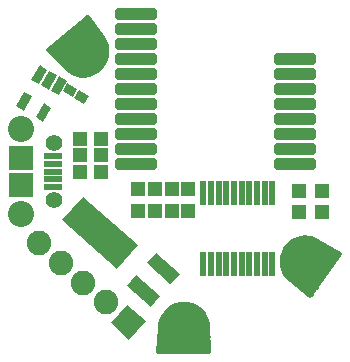
<source format=gts>
G75*
%MOIN*%
%OFA0B0*%
%FSLAX24Y24*%
%IPPOS*%
%LPD*%
%AMOC8*
5,1,8,0,0,1.08239X$1,22.5*
%
%ADD10R,0.0474X0.0513*%
%ADD11R,0.0513X0.0474*%
%ADD12R,0.0631X0.0237*%
%ADD13R,0.0789X0.0789*%
%ADD14C,0.0556*%
%ADD15C,0.0867*%
%ADD16C,0.0200*%
%ADD17R,0.0237X0.0789*%
%ADD18C,0.1346*%
%ADD19C,0.0120*%
%ADD20R,0.0297X0.0552*%
%ADD21R,0.0820X0.0820*%
%ADD22C,0.0820*%
%ADD23R,0.2442X0.1064*%
%ADD24R,0.1064X0.0474*%
%ADD25R,0.0395X0.0316*%
D10*
X005128Y004856D03*
X005688Y004856D03*
X006248Y004856D03*
X006798Y004856D03*
X006798Y005564D03*
X006248Y005564D03*
X005688Y005564D03*
X005128Y005564D03*
X010488Y005514D03*
X010488Y004806D03*
X011248Y004796D03*
X011248Y005504D03*
D11*
X003892Y006150D03*
X003892Y006700D03*
X003892Y007250D03*
X003183Y007250D03*
X003183Y006700D03*
X003183Y006150D03*
D12*
X002271Y006160D03*
X002271Y005904D03*
X002271Y005648D03*
X002271Y006416D03*
X002271Y006672D03*
D13*
X001228Y006613D03*
X001228Y005707D03*
D14*
X002330Y005205D03*
X002330Y007115D03*
D15*
X001228Y007581D03*
X001228Y004739D03*
D16*
X004448Y006510D02*
X005648Y006510D01*
X005648Y006310D01*
X004448Y006310D01*
X004448Y006510D01*
X004448Y006509D02*
X005648Y006509D01*
X005648Y007010D02*
X004448Y007010D01*
X005648Y007010D02*
X005648Y006810D01*
X004448Y006810D01*
X004448Y007010D01*
X004448Y007009D02*
X005648Y007009D01*
X005648Y007510D02*
X004448Y007510D01*
X005648Y007510D02*
X005648Y007310D01*
X004448Y007310D01*
X004448Y007510D01*
X004448Y007509D02*
X005648Y007509D01*
X005648Y008010D02*
X004448Y008010D01*
X005648Y008010D02*
X005648Y007810D01*
X004448Y007810D01*
X004448Y008010D01*
X004448Y008009D02*
X005648Y008009D01*
X005648Y008510D02*
X004448Y008510D01*
X005648Y008510D02*
X005648Y008310D01*
X004448Y008310D01*
X004448Y008510D01*
X004448Y008509D02*
X005648Y008509D01*
X005648Y009010D02*
X004448Y009010D01*
X005648Y009010D02*
X005648Y008810D01*
X004448Y008810D01*
X004448Y009010D01*
X004448Y009009D02*
X005648Y009009D01*
X005648Y009510D02*
X004448Y009510D01*
X005648Y009510D02*
X005648Y009310D01*
X004448Y009310D01*
X004448Y009510D01*
X004448Y009509D02*
X005648Y009509D01*
X005648Y010010D02*
X004448Y010010D01*
X005648Y010010D02*
X005648Y009810D01*
X004448Y009810D01*
X004448Y010010D01*
X004448Y010009D02*
X005648Y010009D01*
X005648Y010510D02*
X004448Y010510D01*
X005648Y010510D02*
X005648Y010310D01*
X004448Y010310D01*
X004448Y010510D01*
X004448Y010509D02*
X005648Y010509D01*
X005648Y011010D02*
X004448Y011010D01*
X005648Y011010D02*
X005648Y010810D01*
X004448Y010810D01*
X004448Y011010D01*
X004448Y011009D02*
X005648Y011009D01*
X005648Y011510D02*
X004448Y011510D01*
X005648Y011510D02*
X005648Y011310D01*
X004448Y011310D01*
X004448Y011510D01*
X004448Y011509D02*
X005648Y011509D01*
X009748Y010010D02*
X010948Y010010D01*
X010948Y009810D01*
X009748Y009810D01*
X009748Y010010D01*
X009748Y010009D02*
X010948Y010009D01*
X010948Y009510D02*
X009748Y009510D01*
X010948Y009510D02*
X010948Y009310D01*
X009748Y009310D01*
X009748Y009510D01*
X009748Y009509D02*
X010948Y009509D01*
X010948Y009010D02*
X009748Y009010D01*
X010948Y009010D02*
X010948Y008810D01*
X009748Y008810D01*
X009748Y009010D01*
X009748Y009009D02*
X010948Y009009D01*
X010948Y008510D02*
X009748Y008510D01*
X010948Y008510D02*
X010948Y008310D01*
X009748Y008310D01*
X009748Y008510D01*
X009748Y008509D02*
X010948Y008509D01*
X010948Y008010D02*
X009748Y008010D01*
X010948Y008010D02*
X010948Y007810D01*
X009748Y007810D01*
X009748Y008010D01*
X009748Y008009D02*
X010948Y008009D01*
X010948Y007510D02*
X009748Y007510D01*
X010948Y007510D02*
X010948Y007310D01*
X009748Y007310D01*
X009748Y007510D01*
X009748Y007509D02*
X010948Y007509D01*
X010948Y007010D02*
X009748Y007010D01*
X010948Y007010D02*
X010948Y006810D01*
X009748Y006810D01*
X009748Y007010D01*
X009748Y007009D02*
X010948Y007009D01*
X010948Y006510D02*
X009748Y006510D01*
X010948Y006510D02*
X010948Y006310D01*
X009748Y006310D01*
X009748Y006510D01*
X009748Y006509D02*
X010948Y006509D01*
D17*
X009599Y005441D03*
X009343Y005441D03*
X009087Y005441D03*
X008831Y005441D03*
X008576Y005441D03*
X008320Y005441D03*
X008064Y005441D03*
X007808Y005441D03*
X007552Y005441D03*
X007296Y005441D03*
X007296Y003079D03*
X007552Y003079D03*
X007808Y003079D03*
X008064Y003079D03*
X008320Y003079D03*
X008576Y003079D03*
X008831Y003079D03*
X009087Y003079D03*
X009343Y003079D03*
X009599Y003079D03*
D18*
X010698Y003160D03*
X006648Y000960D03*
X003298Y010160D03*
D19*
X003902Y009640D02*
X002690Y009640D01*
X002685Y009646D02*
X002771Y009554D01*
X002872Y009477D01*
X002983Y009417D01*
X003103Y009376D01*
X003227Y009355D01*
X003353Y009354D01*
X003478Y009374D01*
X003598Y009413D01*
X003711Y009472D01*
X003812Y009547D01*
X003899Y009636D01*
X003972Y009738D01*
X004029Y009849D01*
X004067Y009968D01*
X004088Y010091D01*
X004089Y010216D01*
X004071Y010339D01*
X004035Y010459D01*
X003981Y010571D01*
X003910Y010674D01*
X003434Y011319D01*
X002132Y010226D01*
X002685Y009646D01*
X002577Y009759D02*
X003983Y009759D01*
X004038Y009877D02*
X002465Y009877D01*
X002352Y009996D02*
X004072Y009996D01*
X004088Y010114D02*
X002239Y010114D01*
X002139Y010233D02*
X004087Y010233D01*
X004068Y010351D02*
X002281Y010351D01*
X002422Y010470D02*
X004030Y010470D01*
X003970Y010588D02*
X002563Y010588D01*
X002704Y010707D02*
X003887Y010707D01*
X003799Y010825D02*
X002846Y010825D01*
X002987Y010944D02*
X003712Y010944D01*
X003624Y011062D02*
X003128Y011062D01*
X003269Y011181D02*
X003537Y011181D01*
X003449Y011299D02*
X003410Y011299D01*
X003777Y009522D02*
X002813Y009522D01*
X003024Y009403D02*
X003567Y009403D01*
X009937Y003393D02*
X009911Y003271D01*
X009904Y003146D01*
X009916Y003022D01*
X009947Y002901D01*
X009996Y002786D01*
X010062Y002681D01*
X010144Y002586D01*
X010239Y002505D01*
X010865Y002005D01*
X011840Y003397D01*
X011156Y003815D01*
X011049Y003882D01*
X010932Y003930D01*
X010809Y003959D01*
X010683Y003968D01*
X010557Y003956D01*
X010435Y003924D01*
X010319Y003873D01*
X010214Y003803D01*
X010120Y003718D01*
X010042Y003619D01*
X009981Y003510D01*
X009937Y003393D01*
X009930Y003360D02*
X011814Y003360D01*
X011731Y003241D02*
X009909Y003241D01*
X009906Y003123D02*
X011648Y003123D01*
X011565Y003004D02*
X009921Y003004D01*
X009954Y002886D02*
X011482Y002886D01*
X011399Y002767D02*
X010009Y002767D01*
X010090Y002649D02*
X011316Y002649D01*
X011233Y002530D02*
X010209Y002530D01*
X010355Y002412D02*
X011150Y002412D01*
X011067Y002293D02*
X010504Y002293D01*
X010653Y002175D02*
X010984Y002175D01*
X010901Y002056D02*
X010801Y002056D01*
X009969Y003478D02*
X011709Y003478D01*
X011515Y003597D02*
X010030Y003597D01*
X010118Y003715D02*
X011321Y003715D01*
X011127Y003834D02*
X010260Y003834D01*
X010543Y003952D02*
X010839Y003952D01*
X007366Y001327D02*
X007413Y001210D01*
X007440Y001086D01*
X007448Y000960D01*
X007498Y000160D01*
X005798Y000160D01*
X007498Y000160D01*
X007490Y000279D02*
X005805Y000279D01*
X005812Y000397D02*
X007483Y000397D01*
X007475Y000516D02*
X005820Y000516D01*
X005827Y000634D02*
X007468Y000634D01*
X007461Y000753D02*
X005835Y000753D01*
X005842Y000871D02*
X007453Y000871D01*
X007446Y000990D02*
X005850Y000990D01*
X005848Y000960D02*
X005860Y001084D01*
X005890Y001205D01*
X005939Y001320D01*
X006005Y001426D01*
X006087Y001521D01*
X006181Y001602D01*
X006287Y001668D01*
X006402Y001717D01*
X006523Y001748D01*
X006648Y001760D01*
X006774Y001753D01*
X006897Y001725D01*
X007014Y001679D01*
X007123Y001613D01*
X007219Y001531D01*
X007301Y001435D01*
X007366Y001327D01*
X007355Y001345D02*
X005955Y001345D01*
X005900Y001227D02*
X007406Y001227D01*
X007436Y001108D02*
X005866Y001108D01*
X005848Y000960D02*
X005798Y000160D01*
X006037Y001464D02*
X007277Y001464D01*
X007159Y001582D02*
X006158Y001582D01*
X006363Y001701D02*
X006959Y001701D01*
D20*
G36*
X001975Y008443D02*
X002232Y008295D01*
X001957Y007817D01*
X001700Y007965D01*
X001975Y008443D01*
G37*
G36*
X002486Y009329D02*
X002743Y009181D01*
X002468Y008703D01*
X002211Y008851D01*
X002486Y009329D01*
G37*
G36*
X002162Y009516D02*
X002419Y009368D01*
X002144Y008890D01*
X001887Y009038D01*
X002162Y009516D01*
G37*
G36*
X001839Y009703D02*
X002096Y009555D01*
X001821Y009077D01*
X001564Y009225D01*
X001839Y009703D01*
G37*
G36*
X001327Y008817D02*
X001584Y008669D01*
X001309Y008191D01*
X001052Y008339D01*
X001327Y008817D01*
G37*
D21*
G36*
X004217Y001100D02*
X004760Y001713D01*
X005373Y001170D01*
X004830Y000557D01*
X004217Y001100D01*
G37*
D22*
X002549Y003123D03*
X003298Y002460D03*
X004047Y001797D03*
X001800Y003785D03*
D23*
G36*
X004416Y002914D02*
X002589Y004531D01*
X003294Y005328D01*
X005121Y003711D01*
X004416Y002914D01*
G37*
D24*
G36*
X005534Y001651D02*
X004738Y002356D01*
X005052Y002711D01*
X005848Y002006D01*
X005534Y001651D01*
G37*
G36*
X006196Y002400D02*
X005400Y003105D01*
X005714Y003460D01*
X006510Y002755D01*
X006196Y002400D01*
G37*
D25*
G36*
X003134Y008887D02*
X003474Y008690D01*
X003316Y008417D01*
X002976Y008614D01*
X003134Y008887D01*
G37*
G36*
X002759Y009103D02*
X003099Y008906D01*
X002941Y008633D01*
X002601Y008830D01*
X002759Y009103D01*
G37*
M02*

</source>
